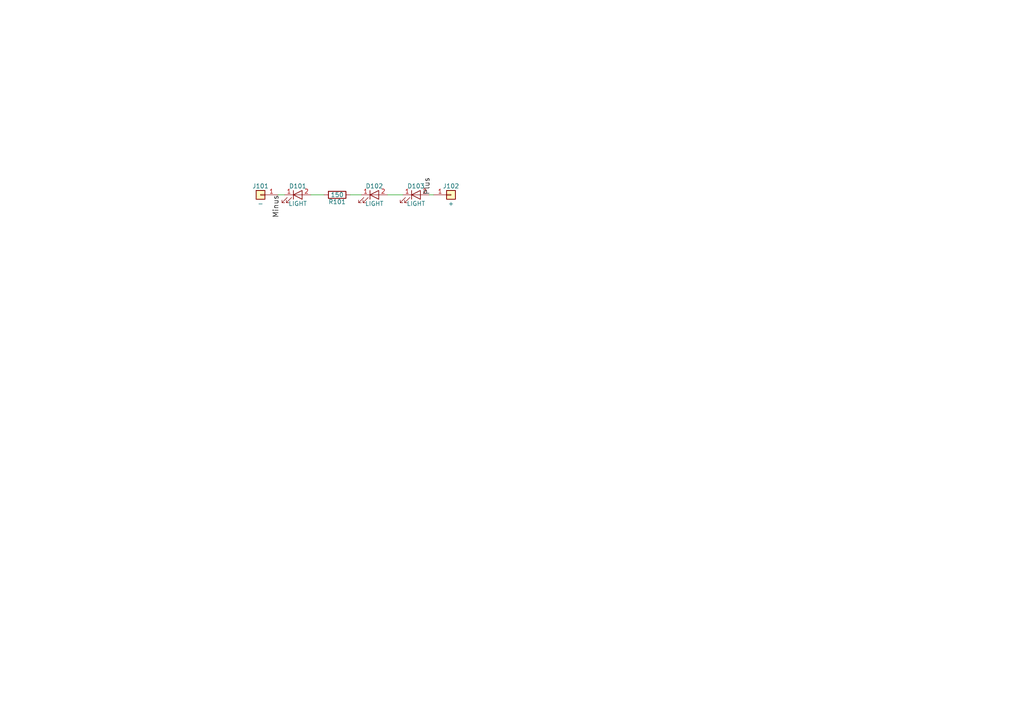
<source format=kicad_sch>
(kicad_sch (version 20211123) (generator eeschema)
  (paper "A4")
  (lib_symbols
    (symbol "Booth-rescue:Conn_01x01" (pin_names (offset 1.016) hide)
      (property "Reference" "J" (at 0 2.54 0))
      (property "Value" "Conn_01x01" (at 0 -2.54 0))
      (symbol "Conn_01x01_1_1"
        (rectangle (start -1.27 0.127) (end 0 -0.127) (stroke (width 0.1524)))
        (rectangle (start -1.27 1.27) (end 1.27 -1.27) (stroke (width 0.254)) (fill (type background)))
        (pin passive line (at -5.08 0 0) (length 3.81) (name "Pin_1") (number "1"))
      )
    )
    (symbol "Booth-rescue:LED" (pin_names (offset 1.016) hide)
      (property "Reference" "D" (at 0 2.54 0))
      (property "Value" "LED" (at 0 -2.54 0))
      (symbol "LED_0_1"
        (polyline (pts (xy -1.27 -1.27) (xy -1.27 1.27)) (stroke (width 0.2032)))
        (polyline (pts (xy -1.27 0) (xy 1.27 0)))
        (polyline (pts (xy 1.27 -1.27) (xy 1.27 1.27) (xy -1.27 0) (xy 1.27 -1.27)) (stroke (width 0.2032)))
        (polyline (pts (xy -3.048 -0.762) (xy -4.572 -2.286) (xy -3.81 -2.286) (xy -4.572 -2.286) (xy -4.572 -1.524)))
        (polyline (pts (xy -1.778 -0.762) (xy -3.302 -2.286) (xy -2.54 -2.286) (xy -3.302 -2.286) (xy -3.302 -1.524)))
      )
      (symbol "LED_1_1"
        (pin passive line (at -3.81 0 0) (length 2.54) (name "K") (number "1"))
        (pin passive line (at 3.81 0 180) (length 2.54) (name "A") (number "2"))
      )
    )
    (symbol "Booth-rescue:R" (pin_numbers hide) (pin_names (offset 0))
      (property "Reference" "R" (at 2.032 0 90))
      (property "Value" "R" (at 0 0 90))
      (symbol "R_0_1"
        (rectangle (start -1.016 -2.54) (end 1.016 2.54) (stroke (width 0.254)))
      )
      (symbol "R_1_1"
        (pin passive line (at 0 3.81 270) (length 1.27) (name "~") (number "1"))
        (pin passive line (at 0 -3.81 90) (length 1.27) (name "~") (number "2"))
      )
    )
  )
  (wire (pts (xy 124.46 56.515) (xy 125.73 56.515)))
  (wire (pts (xy 80.645 56.515) (xy 82.55 56.515)))
  (wire (pts (xy 101.6 56.515) (xy 104.775 56.515)))
  (wire (pts (xy 90.17 56.515) (xy 93.98 56.515)))
  (wire (pts (xy 112.395 56.515) (xy 116.84 56.515)))
  (label "Minus" (at 81.28 56.515 270) (effects (font (size 1.524 1.524))))
  (label "Plus" (at 125.095 56.515 90) (effects (font (size 1.524 1.524))))
  (symbol (lib_id "Booth-rescue:R") (at 97.79 56.515 270) (unit 1)
    (property "Reference" "R101" (at 97.79 58.547 90))
    (property "Value" "150" (at 97.79 56.515 90))
    (property "Footprint" "Resistors_SMD:R_0402" (effects hide))
    (property "Mouser Part Number" "603-RC0402JR-13150RL" (effects hide))
  )
  (symbol (lib_id "Booth-rescue:LED") (at 86.36 56.515 0) (unit 1)
    (property "Reference" "D101" (at 86.36 53.975 0))
    (property "Value" "LIGHT" (at 86.36 59.055 0))
    (property "Footprint" "LEDs:LED_0402" (effects hide))
    (property "Mouser Part Number" "743-IN-S42ATUW" (effects hide))
  )
  (symbol (lib_id "Booth-rescue:LED") (at 108.585 56.515 0) (unit 1)
    (property "Reference" "D102" (at 108.585 53.975 0))
    (property "Value" "LIGHT" (at 108.585 59.055 0))
    (property "Footprint" "LEDs:LED_0402" (effects hide))
    (property "Mouser Part Number" "743-IN-S42ATUW" (effects hide))
  )
  (symbol (lib_id "Booth-rescue:LED") (at 120.65 56.515 0) (unit 1)
    (property "Reference" "D103" (at 120.65 53.975 0))
    (property "Value" "LIGHT" (at 120.65 59.055 0))
    (property "Footprint" "LEDs:LED_0402" (effects hide))
    (property "Mouser Part Number" "743-IN-S42ATUW" (effects hide))
  )
  (symbol (lib_id "Booth-rescue:Conn_01x01") (at 130.81 56.515 0) (unit 1)
    (property "Reference" "J102" (at 130.81 53.975 0))
    (property "Value" "+" (at 130.81 59.055 0))
    (property "Footprint" "BackPads:BottomPad" (effects hide))
  )
  (symbol (lib_id "Booth-rescue:Conn_01x01") (at 75.565 56.515 0) (mirror y) (unit 1)
    (property "Reference" "J101" (at 75.565 53.975 0))
    (property "Value" "-" (at 75.565 59.055 0))
    (property "Footprint" "BackPads:BottomPad" (effects hide))
  )
)
</source>
